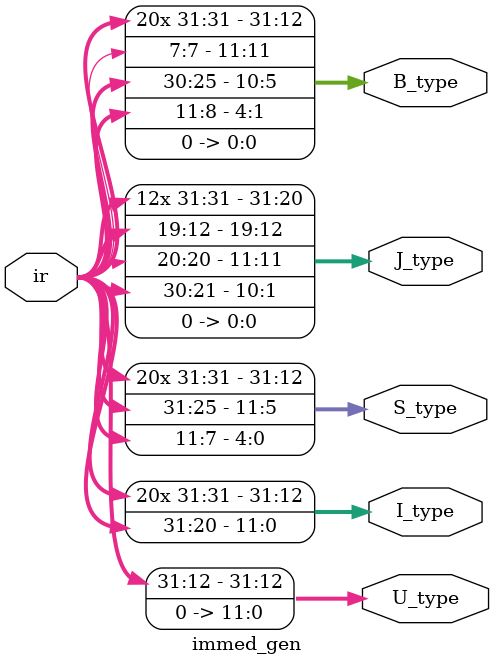
<source format=v>
`timescale 1ns / 1ps

/*
  Generates immediate values given an
  instruction input. Handles 5 instruction types
  (the 5 that encode immediate values)
*/
module immed_gen(
    input [31:7] ir,
    output [31:0] U_type, I_type, S_type, J_type, B_type
    );
    
    // Switch bits around according to appropriate instruction type
    assign U_type = {ir[31:12], 12'b0};
    assign I_type = {{21{ir[31]}}, ir[30:25], ir[24:20]};
    assign S_type = {{21{ir[31]}}, ir[30:25], ir[11:7]};
    assign J_type = {{12{ir[31]}}, ir[19:12], ir[20], ir[30:21], 1'b0};
    assign B_type = {{20{ir[31]}}, ir[7], ir[30:25], ir[11:8], 1'b0};
    
endmodule

</source>
